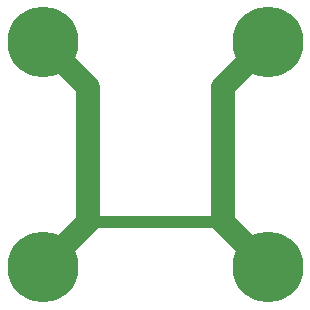
<source format=gbl>
G04 #@! TF.FileFunction,Copper,L2,Bot,Signal*
%FSLAX46Y46*%
G04 Gerber Fmt 4.6, Leading zero omitted, Abs format (unit mm)*
G04 Created by KiCad (PCBNEW 4.0.7) date 12/11/17 00:30:20*
%MOMM*%
%LPD*%
G01*
G04 APERTURE LIST*
%ADD10C,0.100000*%
%ADD11C,6.000000*%
%ADD12C,2.000000*%
%ADD13C,1.000000*%
G04 APERTURE END LIST*
D10*
D11*
X146050000Y-111760000D03*
X165100000Y-111760000D03*
X146050000Y-130810000D03*
X165100000Y-130810000D03*
D12*
X149860000Y-115570000D02*
X146050000Y-111760000D01*
D13*
X149860000Y-127000000D02*
X161290000Y-127000000D01*
D12*
X165100000Y-111760000D02*
X161290000Y-115570000D01*
X161290000Y-115570000D02*
X161290000Y-127000000D01*
X161290000Y-127000000D02*
X165100000Y-130810000D01*
X146050000Y-130810000D02*
X149860000Y-127000000D01*
X149860000Y-127000000D02*
X149860000Y-115570000D01*
M02*

</source>
